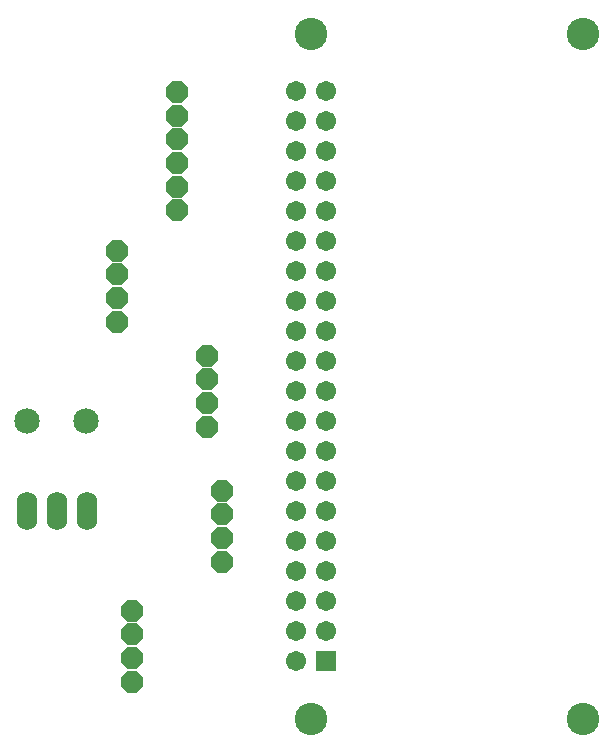
<source format=gbr>
%TF.GenerationSoftware,KiCad,Pcbnew,8.0.7*%
%TF.CreationDate,2025-04-14T16:04:07-05:00*%
%TF.ProjectId,TeXploRV2,54655870-6c6f-4525-9632-2e6b69636164,rev?*%
%TF.SameCoordinates,Original*%
%TF.FileFunction,Soldermask,Bot*%
%TF.FilePolarity,Negative*%
%FSLAX46Y46*%
G04 Gerber Fmt 4.6, Leading zero omitted, Abs format (unit mm)*
G04 Created by KiCad (PCBNEW 8.0.7) date 2025-04-14 16:04:07*
%MOMM*%
%LPD*%
G01*
G04 APERTURE LIST*
G04 Aperture macros list*
%AMRoundRect*
0 Rectangle with rounded corners*
0 $1 Rounding radius*
0 $2 $3 $4 $5 $6 $7 $8 $9 X,Y pos of 4 corners*
0 Add a 4 corners polygon primitive as box body*
4,1,4,$2,$3,$4,$5,$6,$7,$8,$9,$2,$3,0*
0 Add four circle primitives for the rounded corners*
1,1,$1+$1,$2,$3*
1,1,$1+$1,$4,$5*
1,1,$1+$1,$6,$7*
1,1,$1+$1,$8,$9*
0 Add four rect primitives between the rounded corners*
20,1,$1+$1,$2,$3,$4,$5,0*
20,1,$1+$1,$4,$5,$6,$7,0*
20,1,$1+$1,$6,$7,$8,$9,0*
20,1,$1+$1,$8,$9,$2,$3,0*%
%AMFreePoly0*
4,1,25,0.406913,0.920396,0.419036,0.910042,0.910042,0.419036,0.938549,0.363088,0.939800,0.347194,0.939800,-0.347194,0.920396,-0.406913,0.910042,-0.419036,0.419036,-0.910042,0.363088,-0.938549,0.347194,-0.939800,-0.347194,-0.939800,-0.406913,-0.920396,-0.419036,-0.910042,-0.910042,-0.419036,-0.938549,-0.363088,-0.939800,-0.347194,-0.939800,0.347194,-0.920396,0.406913,-0.910042,0.419036,
-0.419036,0.910042,-0.363088,0.938549,-0.347194,0.939800,0.347194,0.939800,0.406913,0.920396,0.406913,0.920396,$1*%
G04 Aperture macros list end*
%ADD10O,1.727200X3.251200*%
%ADD11C,2.153200*%
%ADD12C,2.750000*%
%ADD13C,1.711200*%
%ADD14RoundRect,0.101600X0.754000X-0.754000X0.754000X0.754000X-0.754000X0.754000X-0.754000X-0.754000X0*%
%ADD15FreePoly0,270.000000*%
%ADD16FreePoly0,90.000000*%
G04 APERTURE END LIST*
D10*
%TO.C,REGULATOR*%
X125006100Y-116433600D03*
X127546100Y-116433600D03*
X130086100Y-116433600D03*
%TD*%
D11*
%TO.C,POWER*%
X125046100Y-108813600D03*
X130046100Y-108813600D03*
%TD*%
D12*
%TO.C,U1*%
X149066100Y-76003600D03*
X172066100Y-76003600D03*
X149066100Y-134003600D03*
X172066100Y-134003600D03*
D13*
X147796100Y-80873600D03*
X150336100Y-80873600D03*
X147796100Y-83413600D03*
X150336100Y-83413600D03*
X147796100Y-85953600D03*
X150336100Y-85953600D03*
X147796100Y-88493600D03*
X150336100Y-88493600D03*
X147796100Y-91033600D03*
X150336100Y-91033600D03*
X147796100Y-93573600D03*
X150336100Y-93573600D03*
X147796100Y-96113600D03*
X150336100Y-96113600D03*
X147796100Y-98653600D03*
X150336100Y-98653600D03*
X147796100Y-101193600D03*
X150336100Y-101193600D03*
X147796100Y-103733600D03*
X150336100Y-103733600D03*
X147796100Y-106273600D03*
X150336100Y-106273600D03*
X147796100Y-108813600D03*
X150336100Y-108813600D03*
X147796100Y-111353600D03*
X150336100Y-111353600D03*
X147796100Y-113893600D03*
X150336100Y-113893600D03*
X147796100Y-116433600D03*
X150336100Y-116433600D03*
X147796100Y-118973600D03*
X150336100Y-118973600D03*
X147796100Y-121513600D03*
X150336100Y-121513600D03*
X147796100Y-124053600D03*
X150336100Y-124053600D03*
X147796100Y-126593600D03*
X150336100Y-126593600D03*
X147796100Y-129133600D03*
D14*
X150336100Y-129133600D03*
%TD*%
D15*
%TO.C,BNO1*%
X133896100Y-130863600D03*
X133896100Y-128863600D03*
X133896100Y-126863600D03*
X133896100Y-124863600D03*
%TD*%
D16*
%TO.C,BNO2*%
X132626100Y-94383600D03*
X132626100Y-96383600D03*
X132626100Y-98383600D03*
X132626100Y-100383600D03*
%TD*%
D15*
%TO.C,DRIVER*%
X137706100Y-82953600D03*
X137706100Y-84953600D03*
X137706100Y-86953600D03*
X137706100Y-88953600D03*
X137706100Y-80953600D03*
X137706100Y-90953600D03*
%TD*%
D16*
%TO.C,LS1*%
X141516100Y-114703600D03*
X141516100Y-116703600D03*
X141516100Y-118703600D03*
X141516100Y-120703600D03*
%TD*%
D15*
%TO.C,LS2*%
X140246100Y-109273600D03*
X140246100Y-107273600D03*
X140246100Y-105273600D03*
X140246100Y-103273600D03*
%TD*%
M02*

</source>
